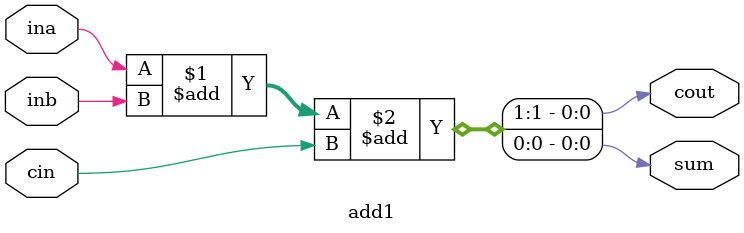
<source format=v>
`timescale 1ns / 1ps


module add1(input ina,input inb,input cin,
            output sum,output cout);
assign{cout,sum}=ina+inb+cin;

endmodule





</source>
